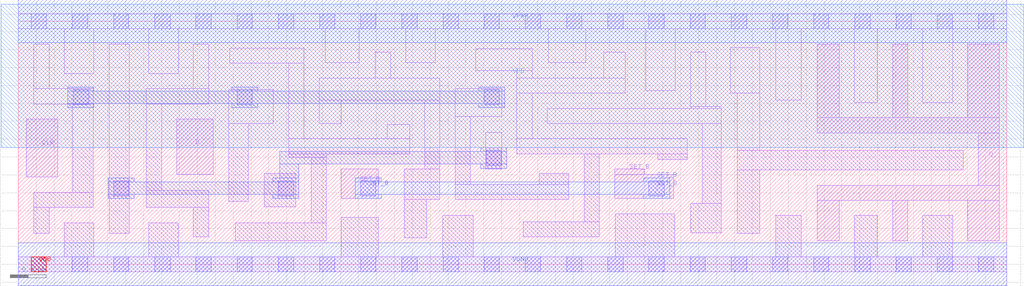
<source format=lef>
# Copyright 2020 The SkyWater PDK Authors
#
# Licensed under the Apache License, Version 2.0 (the "License");
# you may not use this file except in compliance with the License.
# You may obtain a copy of the License at
#
#     https://www.apache.org/licenses/LICENSE-2.0
#
# Unless required by applicable law or agreed to in writing, software
# distributed under the License is distributed on an "AS IS" BASIS,
# WITHOUT WARRANTIES OR CONDITIONS OF ANY KIND, either express or implied.
# See the License for the specific language governing permissions and
# limitations under the License.
#
# SPDX-License-Identifier: Apache-2.0

VERSION 5.7 ;
  NOWIREEXTENSIONATPIN ON ;
  DIVIDERCHAR "/" ;
  BUSBITCHARS "[]" ;
MACRO sky130_fd_sc_hd__dfstp_4
  CLASS CORE ;
  FOREIGN sky130_fd_sc_hd__dfstp_4 ;
  ORIGIN  0.000000  0.000000 ;
  SIZE  11.04000 BY  2.720000 ;
  SYMMETRY X Y R90 ;
  SITE unithd ;
  PIN D
    ANTENNAGATEAREA  0.222000 ;
    DIRECTION INPUT ;
    USE SIGNAL ;
    PORT
      LAYER li1 ;
        RECT 1.770000 1.005000 2.180000 1.625000 ;
    END
  END D
  PIN Q
    ANTENNADIFFAREA  1.320000 ;
    DIRECTION OUTPUT ;
    USE SIGNAL ;
    PORT
      LAYER li1 ;
        RECT  8.925000 0.265000  9.170000 0.715000 ;
        RECT  8.925000 0.715000 10.955000 0.885000 ;
        RECT  8.925000 1.470000 10.955000 1.640000 ;
        RECT  8.925000 1.640000  9.170000 2.465000 ;
        RECT  9.765000 0.265000  9.935000 0.715000 ;
        RECT  9.765000 1.640000  9.935000 2.465000 ;
        RECT 10.605000 0.265000 10.955000 0.715000 ;
        RECT 10.605000 1.640000 10.955000 2.465000 ;
        RECT 10.725000 0.885000 10.955000 1.470000 ;
    END
  END Q
  PIN SET_B
    ANTENNAGATEAREA  0.252000 ;
    DIRECTION INPUT ;
    USE SIGNAL ;
    PORT
      LAYER li1 ;
        RECT 3.610000 0.735000 4.020000 1.065000 ;
      LAYER mcon ;
        RECT 3.825000 0.765000 3.995000 0.935000 ;
    END
    PORT
      LAYER li1 ;
        RECT 6.660000 0.735000 7.320000 1.005000 ;
        RECT 6.660000 1.005000 6.990000 1.065000 ;
      LAYER mcon ;
        RECT 7.045000 0.765000 7.215000 0.935000 ;
    END
    PORT
      LAYER met1 ;
        RECT 3.765000 0.735000 4.055000 0.780000 ;
        RECT 3.765000 0.780000 7.275000 0.920000 ;
        RECT 3.765000 0.920000 4.055000 0.965000 ;
        RECT 6.985000 0.735000 7.275000 0.780000 ;
        RECT 6.985000 0.920000 7.275000 0.965000 ;
    END
  END SET_B
  PIN VNB
    PORT
      LAYER pwell ;
        RECT 0.145000 -0.085000 0.315000 0.085000 ;
    END
  END VNB
  PIN VPB
    PORT
      LAYER nwell ;
        RECT -0.190000 1.305000 11.230000 2.910000 ;
    END
  END VPB
  PIN CLK
    ANTENNAGATEAREA  0.159000 ;
    DIRECTION INPUT ;
    USE CLOCK ;
    PORT
      LAYER li1 ;
        RECT 0.090000 0.975000 0.440000 1.625000 ;
    END
  END CLK
  PIN VGND
    DIRECTION INOUT ;
    SHAPE ABUTMENT ;
    USE GROUND ;
    PORT
      LAYER met1 ;
        RECT 0.000000 -0.240000 11.040000 0.240000 ;
    END
  END VGND
  PIN VPWR
    DIRECTION INOUT ;
    SHAPE ABUTMENT ;
    USE POWER ;
    PORT
      LAYER met1 ;
        RECT 0.000000 2.480000 11.040000 2.960000 ;
    END
  END VPWR
  OBS
    LAYER li1 ;
      RECT  0.000000 -0.085000 11.040000 0.085000 ;
      RECT  0.000000  2.635000 11.040000 2.805000 ;
      RECT  0.175000  0.345000  0.345000 0.635000 ;
      RECT  0.175000  0.635000  0.840000 0.805000 ;
      RECT  0.175000  1.795000  0.840000 1.965000 ;
      RECT  0.175000  1.965000  0.345000 2.465000 ;
      RECT  0.515000  0.085000  0.845000 0.465000 ;
      RECT  0.515000  2.135000  0.845000 2.635000 ;
      RECT  0.610000  0.805000  0.840000 1.795000 ;
      RECT  1.015000  0.345000  1.240000 2.465000 ;
      RECT  1.430000  0.635000  2.125000 0.825000 ;
      RECT  1.430000  0.825000  1.600000 1.795000 ;
      RECT  1.430000  1.795000  2.125000 1.965000 ;
      RECT  1.455000  0.085000  1.785000 0.465000 ;
      RECT  1.455000  2.135000  1.785000 2.635000 ;
      RECT  1.955000  0.305000  2.125000 0.635000 ;
      RECT  1.955000  1.965000  2.125000 2.465000 ;
      RECT  2.350000  0.705000  2.570000 1.575000 ;
      RECT  2.350000  1.575000  2.850000 1.955000 ;
      RECT  2.360000  2.250000  3.190000 2.420000 ;
      RECT  2.425000  0.265000  3.440000 0.465000 ;
      RECT  2.750000  0.645000  3.100000 1.015000 ;
      RECT  3.020000  1.195000  3.440000 1.235000 ;
      RECT  3.020000  1.235000  4.370000 1.405000 ;
      RECT  3.020000  1.405000  3.190000 2.250000 ;
      RECT  3.270000  0.465000  3.440000 1.195000 ;
      RECT  3.360000  1.575000  3.610000 1.835000 ;
      RECT  3.360000  1.835000  4.710000 2.085000 ;
      RECT  3.430000  2.255000  3.810000 2.635000 ;
      RECT  3.610000  0.085000  4.020000 0.525000 ;
      RECT  3.990000  2.085000  4.160000 2.375000 ;
      RECT  4.120000  1.405000  4.370000 1.565000 ;
      RECT  4.310000  0.295000  4.560000 0.725000 ;
      RECT  4.310000  0.725000  4.710000 1.065000 ;
      RECT  4.330000  2.255000  4.660000 2.635000 ;
      RECT  4.540000  1.065000  4.710000 1.835000 ;
      RECT  4.740000  0.085000  5.080000 0.545000 ;
      RECT  4.880000  0.725000  6.150000 0.895000 ;
      RECT  4.880000  0.895000  5.050000 1.655000 ;
      RECT  4.880000  1.655000  5.400000 1.965000 ;
      RECT  5.110000  2.165000  5.740000 2.415000 ;
      RECT  5.220000  1.065000  5.400000 1.475000 ;
      RECT  5.570000  1.235000  7.470000 1.405000 ;
      RECT  5.570000  1.405000  5.740000 1.915000 ;
      RECT  5.570000  1.915000  6.780000 2.085000 ;
      RECT  5.570000  2.085000  5.740000 2.165000 ;
      RECT  5.640000  0.305000  6.490000 0.475000 ;
      RECT  5.820000  0.895000  6.150000 1.015000 ;
      RECT  5.910000  1.575000  7.850000 1.745000 ;
      RECT  5.920000  2.255000  6.340000 2.635000 ;
      RECT  6.320000  0.475000  6.490000 1.235000 ;
      RECT  6.540000  2.085000  6.780000 2.375000 ;
      RECT  6.670000  0.085000  7.330000 0.565000 ;
      RECT  7.010000  1.945000  7.340000 2.635000 ;
      RECT  7.140000  1.175000  7.470000 1.235000 ;
      RECT  7.510000  0.350000  7.850000 0.680000 ;
      RECT  7.510000  1.745000  7.850000 1.765000 ;
      RECT  7.510000  1.765000  7.680000 2.375000 ;
      RECT  7.640000  0.680000  7.850000 1.575000 ;
      RECT  7.950000  1.915000  8.280000 2.425000 ;
      RECT  8.030000  0.345000  8.280000 1.055000 ;
      RECT  8.030000  1.055000 10.555000 1.275000 ;
      RECT  8.030000  1.275000  8.280000 1.915000 ;
      RECT  8.460000  0.085000  8.745000 0.545000 ;
      RECT  8.460000  1.835000  8.745000 2.635000 ;
      RECT  9.340000  0.085000  9.595000 0.545000 ;
      RECT  9.340000  1.810000  9.595000 2.635000 ;
      RECT 10.105000  0.085000 10.435000 0.545000 ;
      RECT 10.105000  1.810000 10.435000 2.635000 ;
    LAYER mcon ;
      RECT  0.145000 -0.085000  0.315000 0.085000 ;
      RECT  0.145000  2.635000  0.315000 2.805000 ;
      RECT  0.605000 -0.085000  0.775000 0.085000 ;
      RECT  0.605000  2.635000  0.775000 2.805000 ;
      RECT  0.615000  1.785000  0.785000 1.955000 ;
      RECT  1.065000 -0.085000  1.235000 0.085000 ;
      RECT  1.065000  0.765000  1.235000 0.935000 ;
      RECT  1.065000  2.635000  1.235000 2.805000 ;
      RECT  1.525000 -0.085000  1.695000 0.085000 ;
      RECT  1.525000  2.635000  1.695000 2.805000 ;
      RECT  1.985000 -0.085000  2.155000 0.085000 ;
      RECT  1.985000  2.635000  2.155000 2.805000 ;
      RECT  2.445000 -0.085000  2.615000 0.085000 ;
      RECT  2.445000  1.785000  2.615000 1.955000 ;
      RECT  2.445000  2.635000  2.615000 2.805000 ;
      RECT  2.905000 -0.085000  3.075000 0.085000 ;
      RECT  2.905000  0.765000  3.075000 0.935000 ;
      RECT  2.905000  2.635000  3.075000 2.805000 ;
      RECT  3.365000 -0.085000  3.535000 0.085000 ;
      RECT  3.365000  2.635000  3.535000 2.805000 ;
      RECT  3.825000 -0.085000  3.995000 0.085000 ;
      RECT  3.825000  2.635000  3.995000 2.805000 ;
      RECT  4.285000 -0.085000  4.455000 0.085000 ;
      RECT  4.285000  2.635000  4.455000 2.805000 ;
      RECT  4.745000 -0.085000  4.915000 0.085000 ;
      RECT  4.745000  2.635000  4.915000 2.805000 ;
      RECT  5.205000 -0.085000  5.375000 0.085000 ;
      RECT  5.205000  1.785000  5.375000 1.955000 ;
      RECT  5.205000  2.635000  5.375000 2.805000 ;
      RECT  5.225000  1.105000  5.395000 1.275000 ;
      RECT  5.665000 -0.085000  5.835000 0.085000 ;
      RECT  5.665000  2.635000  5.835000 2.805000 ;
      RECT  6.125000 -0.085000  6.295000 0.085000 ;
      RECT  6.125000  2.635000  6.295000 2.805000 ;
      RECT  6.585000 -0.085000  6.755000 0.085000 ;
      RECT  6.585000  2.635000  6.755000 2.805000 ;
      RECT  7.045000 -0.085000  7.215000 0.085000 ;
      RECT  7.045000  2.635000  7.215000 2.805000 ;
      RECT  7.505000 -0.085000  7.675000 0.085000 ;
      RECT  7.505000  2.635000  7.675000 2.805000 ;
      RECT  7.965000 -0.085000  8.135000 0.085000 ;
      RECT  7.965000  2.635000  8.135000 2.805000 ;
      RECT  8.425000 -0.085000  8.595000 0.085000 ;
      RECT  8.425000  2.635000  8.595000 2.805000 ;
      RECT  8.885000 -0.085000  9.055000 0.085000 ;
      RECT  8.885000  2.635000  9.055000 2.805000 ;
      RECT  9.345000 -0.085000  9.515000 0.085000 ;
      RECT  9.345000  2.635000  9.515000 2.805000 ;
      RECT  9.805000 -0.085000  9.975000 0.085000 ;
      RECT  9.805000  2.635000  9.975000 2.805000 ;
      RECT 10.265000 -0.085000 10.435000 0.085000 ;
      RECT 10.265000  2.635000 10.435000 2.805000 ;
      RECT 10.725000 -0.085000 10.895000 0.085000 ;
      RECT 10.725000  2.635000 10.895000 2.805000 ;
    LAYER met1 ;
      RECT 0.555000 1.755000 0.845000 1.800000 ;
      RECT 0.555000 1.800000 5.435000 1.940000 ;
      RECT 0.555000 1.940000 0.845000 1.985000 ;
      RECT 1.005000 0.735000 1.295000 0.780000 ;
      RECT 1.005000 0.780000 3.135000 0.920000 ;
      RECT 1.005000 0.920000 1.295000 0.965000 ;
      RECT 2.385000 1.755000 2.675000 1.800000 ;
      RECT 2.385000 1.940000 2.675000 1.985000 ;
      RECT 2.845000 0.735000 3.135000 0.780000 ;
      RECT 2.845000 0.920000 3.135000 0.965000 ;
      RECT 2.920000 0.965000 3.135000 1.120000 ;
      RECT 2.920000 1.120000 5.455000 1.260000 ;
      RECT 5.145000 1.755000 5.435000 1.800000 ;
      RECT 5.145000 1.940000 5.435000 1.985000 ;
      RECT 5.165000 1.075000 5.455000 1.120000 ;
      RECT 5.165000 1.260000 5.455000 1.305000 ;
  END
END sky130_fd_sc_hd__dfstp_4
END LIBRARY

</source>
